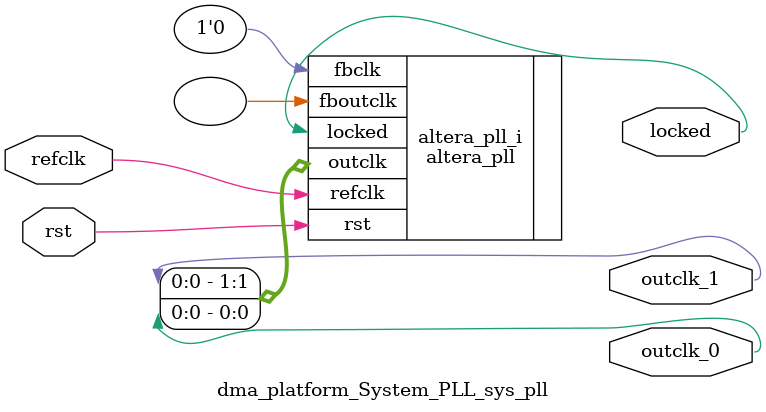
<source format=v>
`timescale 1ns/10ps
module  dma_platform_System_PLL_sys_pll(

	// interface 'refclk'
	input wire refclk,

	// interface 'reset'
	input wire rst,

	// interface 'outclk0'
	output wire outclk_0,

	// interface 'outclk1'
	output wire outclk_1,

	// interface 'locked'
	output wire locked
);

	altera_pll #(
		.fractional_vco_multiplier("false"),
		.reference_clock_frequency("50.0 MHz"),
		.operation_mode("direct"),
		.number_of_clocks(2),
		.output_clock_frequency0("100.000000 MHz"),
		.phase_shift0("0 ps"),
		.duty_cycle0(50),
		.output_clock_frequency1("100.000000 MHz"),
		.phase_shift1("-3000 ps"),
		.duty_cycle1(50),
		.output_clock_frequency2("0 MHz"),
		.phase_shift2("0 ps"),
		.duty_cycle2(50),
		.output_clock_frequency3("0 MHz"),
		.phase_shift3("0 ps"),
		.duty_cycle3(50),
		.output_clock_frequency4("0 MHz"),
		.phase_shift4("0 ps"),
		.duty_cycle4(50),
		.output_clock_frequency5("0 MHz"),
		.phase_shift5("0 ps"),
		.duty_cycle5(50),
		.output_clock_frequency6("0 MHz"),
		.phase_shift6("0 ps"),
		.duty_cycle6(50),
		.output_clock_frequency7("0 MHz"),
		.phase_shift7("0 ps"),
		.duty_cycle7(50),
		.output_clock_frequency8("0 MHz"),
		.phase_shift8("0 ps"),
		.duty_cycle8(50),
		.output_clock_frequency9("0 MHz"),
		.phase_shift9("0 ps"),
		.duty_cycle9(50),
		.output_clock_frequency10("0 MHz"),
		.phase_shift10("0 ps"),
		.duty_cycle10(50),
		.output_clock_frequency11("0 MHz"),
		.phase_shift11("0 ps"),
		.duty_cycle11(50),
		.output_clock_frequency12("0 MHz"),
		.phase_shift12("0 ps"),
		.duty_cycle12(50),
		.output_clock_frequency13("0 MHz"),
		.phase_shift13("0 ps"),
		.duty_cycle13(50),
		.output_clock_frequency14("0 MHz"),
		.phase_shift14("0 ps"),
		.duty_cycle14(50),
		.output_clock_frequency15("0 MHz"),
		.phase_shift15("0 ps"),
		.duty_cycle15(50),
		.output_clock_frequency16("0 MHz"),
		.phase_shift16("0 ps"),
		.duty_cycle16(50),
		.output_clock_frequency17("0 MHz"),
		.phase_shift17("0 ps"),
		.duty_cycle17(50),
		.pll_type("General"),
		.pll_subtype("General")
	) altera_pll_i (
		.rst	(rst),
		.outclk	({outclk_1, outclk_0}),
		.locked	(locked),
		.fboutclk	( ),
		.fbclk	(1'b0),
		.refclk	(refclk)
	);
endmodule


</source>
